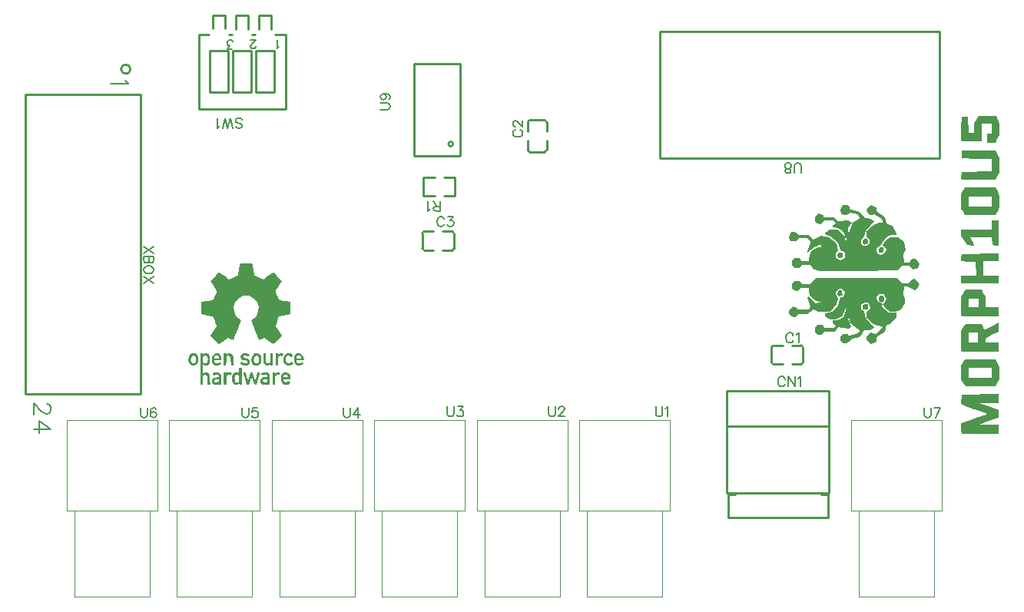
<source format=gto>
G04 Layer: TopSilkLayer*
G04 EasyEDA v6.4.0, 2020-07-15T14:14:54--5:00*
G04 b3c21e9d98434acf968649de900d4150,a7c2b416e861464fa72e98bd65157655,10*
G04 Gerber Generator version 0.2*
G04 Scale: 100 percent, Rotated: No, Reflected: No *
G04 Dimensions in inches *
G04 leading zeros omitted , absolute positions ,2 integer and 4 decimal *
%FSLAX24Y24*%
%MOIN*%
G90*
G70D02*

%ADD10C,0.010000*%
%ADD22C,0.009000*%
%ADD23C,0.003937*%
%ADD24C,0.006000*%
%ADD25C,0.008000*%

%LPD*%

%LPD*%
G36*
G01X43161Y17605D02*
G01X42408Y17605D01*
G01X42314Y17451D01*
G01X42219Y17296D01*
G01X42218Y16890D01*
G01X41984Y16890D01*
G01X41956Y17582D01*
G01X41670Y17582D01*
G01X41657Y17078D01*
G01X41643Y16576D01*
G01X41710Y16509D01*
G01X42552Y16509D01*
G01X42552Y17272D01*
G01X42981Y17272D01*
G01X42981Y16843D01*
G01X42791Y16843D01*
G01X42791Y16461D01*
G01X43126Y16461D01*
G01X43220Y16616D01*
G01X43315Y16771D01*
G01X43315Y17281D01*
G01X43161Y17605D01*
G37*

%LPD*%
G36*
G01X43315Y15790D02*
G01X43153Y16130D01*
G01X42412Y16117D01*
G01X41670Y16103D01*
G01X41670Y15770D01*
G01X42326Y15757D01*
G01X42981Y15743D01*
G01X42981Y15224D01*
G01X41670Y15198D01*
G01X41642Y14908D01*
G01X41710Y14840D01*
G01X43126Y14840D01*
G01X43220Y14995D01*
G01X43315Y15150D01*
G01X43315Y15790D01*
G37*

%LPD*%
G36*
G01X43155Y14506D02*
G01X41813Y14506D01*
G01X41647Y14213D01*
G01X41651Y13894D01*
G01X41655Y13576D01*
G01X41734Y13446D01*
G01X41813Y13315D01*
G01X42484Y13314D01*
G01X43155Y13314D01*
G01X43235Y13483D01*
G01X43315Y13651D01*
G01X43315Y14169D01*
G01X43235Y14338D01*
G01X43155Y14506D01*
G37*

%LPC*%
G36*
G01X42981Y14125D02*
G01X41980Y14125D01*
G01X41980Y13696D01*
G01X42981Y13696D01*
G01X42981Y14125D01*
G37*

%LPD*%
G36*
G01X37594Y12255D02*
G01X37462Y12305D01*
G01X37409Y12252D01*
G01X37388Y12230D01*
G01X37372Y12211D01*
G01X37363Y12192D01*
G01X37359Y12175D01*
G01X37361Y12156D01*
G01X37368Y12134D01*
G01X37381Y12109D01*
G01X37399Y12080D01*
G01X37441Y12013D01*
G01X37517Y12042D01*
G01X37594Y12072D01*
G01X37594Y12255D01*
G37*

%LPD*%
G36*
G01X43268Y13076D02*
G01X42981Y13076D01*
G01X42981Y12694D01*
G01X41647Y12694D01*
G01X41650Y12563D01*
G01X41654Y12432D01*
G01X41914Y12003D01*
G01X42218Y11973D01*
G01X42218Y12012D01*
G01X42217Y12023D01*
G01X42211Y12039D01*
G01X42202Y12060D01*
G01X42190Y12085D01*
G01X42177Y12113D01*
G01X42160Y12142D01*
G01X42143Y12174D01*
G01X42124Y12206D01*
G01X42029Y12361D01*
G01X42976Y12361D01*
G01X43005Y12003D01*
G01X43136Y11988D01*
G01X43268Y11973D01*
G01X43268Y13076D01*
G37*

%LPD*%
G36*
G01X38285Y11908D02*
G01X38094Y11908D01*
G01X38079Y11797D01*
G01X38063Y11686D01*
G01X38174Y11701D01*
G01X38285Y11717D01*
G01X38285Y11908D01*
G37*

%LPD*%
G36*
G01X36489Y11693D02*
G01X36317Y11693D01*
G01X36294Y11634D01*
G01X36288Y11606D01*
G01X36285Y11574D01*
G01X36287Y11542D01*
G01X36293Y11514D01*
G01X36314Y11455D01*
G01X36487Y11455D01*
G01X36509Y11514D01*
G01X36515Y11542D01*
G01X36518Y11574D01*
G01X36516Y11606D01*
G01X36510Y11634D01*
G01X36489Y11693D01*
G37*

%LPD*%
G36*
G01X36730Y13744D02*
G01X36500Y13744D01*
G01X36396Y13549D01*
G01X36454Y13367D01*
G01X36636Y13309D01*
G01X36727Y13357D01*
G01X36817Y13406D01*
G01X36993Y13377D01*
G01X37168Y13349D01*
G01X37215Y13262D01*
G01X37261Y13175D01*
G01X36984Y13031D01*
G01X36888Y12827D01*
G01X36875Y12799D01*
G01X36862Y12770D01*
G01X36849Y12742D01*
G01X36837Y12714D01*
G01X36825Y12688D01*
G01X36814Y12662D01*
G01X36803Y12638D01*
G01X36793Y12615D01*
G01X36785Y12595D01*
G01X36778Y12578D01*
G01X36772Y12563D01*
G01X36768Y12551D01*
G01X36743Y12480D01*
G01X36735Y12746D01*
G01X36815Y12867D01*
G01X36895Y12989D01*
G01X36827Y13032D01*
G01X36759Y13076D01*
G01X36316Y13059D01*
G01X36156Y13219D01*
G01X35686Y13219D01*
G01X35686Y13313D01*
G01X35567Y13342D01*
G01X35447Y13373D01*
G01X35305Y13255D01*
G01X35305Y13047D01*
G01X35362Y12990D01*
G01X35375Y12978D01*
G01X35391Y12968D01*
G01X35408Y12958D01*
G01X35426Y12950D01*
G01X35445Y12943D01*
G01X35464Y12937D01*
G01X35482Y12934D01*
G01X35499Y12933D01*
G01X35579Y12933D01*
G01X35639Y13004D01*
G01X35698Y13076D01*
G01X36104Y13076D01*
G01X36159Y13010D01*
G01X36213Y12944D01*
G01X36140Y12916D01*
G01X36112Y12901D01*
G01X36089Y12882D01*
G01X36073Y12860D01*
G01X36068Y12839D01*
G01X36068Y12790D01*
G01X36151Y12790D01*
G01X36164Y12789D01*
G01X36179Y12786D01*
G01X36196Y12782D01*
G01X36215Y12776D01*
G01X36235Y12769D01*
G01X36256Y12761D01*
G01X36279Y12752D01*
G01X36302Y12742D01*
G01X36325Y12730D01*
G01X36348Y12719D01*
G01X36371Y12706D01*
G01X36393Y12693D01*
G01X36550Y12597D01*
G01X36619Y12433D01*
G01X36638Y12388D01*
G01X36653Y12349D01*
G01X36665Y12317D01*
G01X36675Y12290D01*
G01X36681Y12269D01*
G01X36684Y12252D01*
G01X36684Y12239D01*
G01X36681Y12230D01*
G01X36675Y12224D01*
G01X36666Y12220D01*
G01X36654Y12218D01*
G01X36592Y12218D01*
G01X36592Y12401D01*
G01X36299Y12694D01*
G01X35946Y12694D01*
G01X35840Y12620D01*
G01X35815Y12602D01*
G01X35794Y12586D01*
G01X35777Y12570D01*
G01X35763Y12555D01*
G01X35752Y12542D01*
G01X35744Y12528D01*
G01X35741Y12516D01*
G01X35740Y12505D01*
G01X35744Y12494D01*
G01X35751Y12484D01*
G01X35761Y12475D01*
G01X35775Y12466D01*
G01X35792Y12457D01*
G01X35813Y12449D01*
G01X35837Y12442D01*
G01X35865Y12434D01*
G01X35996Y12402D01*
G01X36150Y12253D01*
G01X36305Y12105D01*
G01X36409Y11788D01*
G01X36501Y11739D01*
G01X36592Y11690D01*
G01X36592Y11458D01*
G01X36402Y11356D01*
G01X36211Y11458D01*
G01X36211Y11674D01*
G01X36316Y11779D01*
G01X36252Y12071D01*
G01X36089Y12213D01*
G01X35927Y12356D01*
G01X35754Y12388D01*
G01X35581Y12421D01*
G01X35251Y12264D01*
G01X35006Y12456D01*
G01X34810Y12457D01*
G01X34614Y12459D01*
G01X34521Y12529D01*
G01X34499Y12545D01*
G01X34477Y12559D01*
G01X34455Y12570D01*
G01X34434Y12579D01*
G01X34414Y12586D01*
G01X34394Y12591D01*
G01X34374Y12593D01*
G01X34356Y12594D01*
G01X34338Y12592D01*
G01X34320Y12588D01*
G01X34303Y12582D01*
G01X34288Y12573D01*
G01X34272Y12563D01*
G01X34258Y12551D01*
G01X34245Y12536D01*
G01X34232Y12519D01*
G01X34221Y12501D01*
G01X34210Y12480D01*
G01X34201Y12457D01*
G01X34193Y12432D01*
G01X34164Y12337D01*
G01X34213Y12253D01*
G01X34261Y12170D01*
G01X34483Y12170D01*
G01X34602Y12313D01*
G01X34964Y12313D01*
G01X35055Y12222D01*
G01X35069Y12209D01*
G01X35081Y12197D01*
G01X35090Y12186D01*
G01X35098Y12176D01*
G01X35103Y12166D01*
G01X35106Y12156D01*
G01X35107Y12144D01*
G01X35107Y12132D01*
G01X35104Y12117D01*
G01X35099Y12101D01*
G01X35092Y12081D01*
G01X35082Y12058D01*
G01X35071Y12030D01*
G01X35058Y11999D01*
G01X35028Y11927D01*
G01X35015Y11892D01*
G01X35003Y11857D01*
G01X34992Y11825D01*
G01X34984Y11796D01*
G01X34977Y11770D01*
G01X34973Y11749D01*
G01X34971Y11734D01*
G01X34971Y11676D01*
G01X35079Y11775D01*
G01X35097Y11791D01*
G01X35118Y11808D01*
G01X35140Y11825D01*
G01X35164Y11842D01*
G01X35189Y11859D01*
G01X35215Y11876D01*
G01X35269Y11910D01*
G01X35297Y11926D01*
G01X35324Y11941D01*
G01X35378Y11969D01*
G01X35404Y11982D01*
G01X35428Y11993D01*
G01X35452Y12003D01*
G01X35474Y12011D01*
G01X35494Y12018D01*
G01X35512Y12023D01*
G01X35528Y12026D01*
G01X35541Y12027D01*
G01X35560Y12023D01*
G01X35576Y12013D01*
G01X35587Y11998D01*
G01X35591Y11979D01*
G01X35591Y11932D01*
G01X35517Y11932D01*
G01X35500Y11930D01*
G01X35477Y11926D01*
G01X35452Y11919D01*
G01X35424Y11911D01*
G01X35394Y11900D01*
G01X35364Y11888D01*
G01X35334Y11874D01*
G01X35304Y11859D01*
G01X35165Y11788D01*
G01X35112Y11690D01*
G01X35102Y11667D01*
G01X35092Y11641D01*
G01X35082Y11611D01*
G01X35074Y11580D01*
G01X35067Y11547D01*
G01X35062Y11514D01*
G01X35058Y11482D01*
G01X35056Y11452D01*
G01X35052Y11312D01*
G01X34744Y11312D01*
G01X34685Y11383D01*
G01X34626Y11455D01*
G01X34418Y11455D01*
G01X34304Y11340D01*
G01X34304Y11140D01*
G01X34418Y11026D01*
G01X34626Y11026D01*
G01X34685Y11097D01*
G01X34744Y11169D01*
G01X35111Y11169D01*
G01X35159Y11080D01*
G01X35206Y10991D01*
G01X35476Y10879D01*
G01X37175Y10893D01*
G01X38873Y10907D01*
G01X38988Y11014D01*
G01X39102Y11121D01*
G01X39374Y11121D01*
G01X39459Y11044D01*
G01X39545Y10967D01*
G01X39660Y10996D01*
G01X39776Y11025D01*
G01X39837Y11182D01*
G01X39763Y11294D01*
G01X39689Y11407D01*
G01X39513Y11407D01*
G01X39453Y11336D01*
G01X39394Y11264D01*
G01X39173Y11264D01*
G01X39143Y11622D01*
G01X39227Y11829D01*
G01X39195Y11997D01*
G01X39164Y12166D01*
G01X39040Y12263D01*
G01X38916Y12361D01*
G01X38568Y12361D01*
G01X38463Y12287D01*
G01X38440Y12270D01*
G01X38418Y12250D01*
G01X38395Y12229D01*
G01X38373Y12206D01*
G01X38352Y12183D01*
G01X38334Y12159D01*
G01X38318Y12137D01*
G01X38305Y12116D01*
G01X38254Y12019D01*
G01X38424Y11831D01*
G01X38375Y11753D01*
G01X38364Y11736D01*
G01X38350Y11719D01*
G01X38334Y11701D01*
G01X38317Y11684D01*
G01X38299Y11667D01*
G01X38281Y11651D01*
G01X38263Y11637D01*
G01X38246Y11625D01*
G01X38166Y11575D01*
G01X38082Y11627D01*
G01X37999Y11679D01*
G01X37984Y11776D01*
G01X37970Y11873D01*
G01X38092Y11969D01*
G01X38116Y11989D01*
G01X38139Y12009D01*
G01X38160Y12030D01*
G01X38178Y12049D01*
G01X38193Y12067D01*
G01X38204Y12084D01*
G01X38211Y12098D01*
G01X38214Y12108D01*
G01X38216Y12120D01*
G01X38224Y12136D01*
G01X38237Y12155D01*
G01X38253Y12178D01*
G01X38273Y12202D01*
G01X38296Y12228D01*
G01X38322Y12255D01*
G01X38349Y12282D01*
G01X38485Y12412D01*
G01X38659Y12440D01*
G01X38833Y12469D01*
G01X38833Y12515D01*
G01X38832Y12527D01*
G01X38827Y12543D01*
G01X38819Y12564D01*
G01X38809Y12588D01*
G01X38797Y12614D01*
G01X38783Y12642D01*
G01X38768Y12671D01*
G01X38751Y12700D01*
G01X38669Y12839D01*
G01X38533Y12898D01*
G01X38398Y12957D01*
G01X38371Y13092D01*
G01X38343Y13226D01*
G01X37975Y13470D01*
G01X37975Y13645D01*
G01X37883Y13694D01*
G01X37853Y13709D01*
G01X37826Y13721D01*
G01X37801Y13731D01*
G01X37779Y13737D01*
G01X37758Y13740D01*
G01X37738Y13739D01*
G01X37719Y13736D01*
G01X37700Y13729D01*
G01X37681Y13719D01*
G01X37662Y13705D01*
G01X37642Y13689D01*
G01X37621Y13669D01*
G01X37604Y13651D01*
G01X37589Y13633D01*
G01X37577Y13615D01*
G01X37567Y13598D01*
G01X37559Y13580D01*
G01X37554Y13563D01*
G01X37551Y13545D01*
G01X37550Y13528D01*
G01X37551Y13511D01*
G01X37555Y13493D01*
G01X37561Y13476D01*
G01X37569Y13458D01*
G01X37579Y13440D01*
G01X37592Y13422D01*
G01X37607Y13404D01*
G01X37625Y13386D01*
G01X37703Y13307D01*
G01X37797Y13331D01*
G01X37890Y13356D01*
G01X38050Y13252D01*
G01X38209Y13148D01*
G01X38230Y13064D01*
G01X38252Y12980D01*
G01X38115Y12980D01*
G01X38094Y12978D01*
G01X38073Y12975D01*
G01X38052Y12971D01*
G01X38030Y12966D01*
G01X38008Y12960D01*
G01X37986Y12953D01*
G01X37964Y12945D01*
G01X37942Y12936D01*
G01X37920Y12926D01*
G01X37897Y12915D01*
G01X37876Y12904D01*
G01X37854Y12892D01*
G01X37832Y12878D01*
G01X37811Y12865D01*
G01X37790Y12850D01*
G01X37770Y12835D01*
G01X37750Y12819D01*
G01X37731Y12803D01*
G01X37713Y12786D01*
G01X37694Y12768D01*
G01X37677Y12750D01*
G01X37661Y12732D01*
G01X37646Y12713D01*
G01X37546Y12586D01*
G01X37546Y12372D01*
G01X37618Y12313D01*
G01X37689Y12254D01*
G01X37689Y12086D01*
G01X37551Y11972D01*
G01X37441Y11988D01*
G01X37331Y12003D01*
G01X37316Y12114D01*
G01X37300Y12226D01*
G01X37369Y12305D01*
G01X37383Y12324D01*
G01X37398Y12347D01*
G01X37413Y12373D01*
G01X37427Y12402D01*
G01X37441Y12433D01*
G01X37453Y12464D01*
G01X37463Y12495D01*
G01X37471Y12524D01*
G01X37505Y12664D01*
G01X37693Y12853D01*
G01X37881Y13041D01*
G01X37713Y13168D01*
G01X37603Y13170D01*
G01X37493Y13171D01*
G01X37364Y13308D01*
G01X37236Y13446D01*
G01X37045Y13507D01*
G01X36855Y13567D01*
G01X36792Y13655D01*
G01X36730Y13744D01*
G37*

%LPD*%
G36*
G01X43268Y11312D02*
G01X43268Y11648D01*
G01X41670Y11622D01*
G01X41656Y11469D01*
G01X41641Y11316D01*
G01X41965Y11302D01*
G01X42290Y11288D01*
G01X42318Y10692D01*
G01X41647Y10692D01*
G01X41647Y10358D01*
G01X43268Y10358D01*
G01X43268Y10692D01*
G01X42600Y10692D01*
G01X42600Y11312D01*
G01X43268Y11312D01*
G37*

%LPD*%
G36*
G01X36473Y10041D02*
G01X36360Y10078D01*
G01X36313Y9989D01*
G01X36265Y9900D01*
G01X36305Y9836D01*
G01X36344Y9772D01*
G01X36424Y9803D01*
G01X36504Y9833D01*
G01X36488Y9937D01*
G01X36473Y10041D01*
G37*

%LPD*%
G36*
G01X38284Y9810D02*
G01X38094Y9810D01*
G01X38079Y9702D01*
G01X38064Y9595D01*
G01X38220Y9535D01*
G01X38318Y9633D01*
G01X38301Y9721D01*
G01X38284Y9810D01*
G37*

%LPD*%
G36*
G01X37594Y9214D02*
G01X37594Y9459D01*
G01X37487Y9444D01*
G01X37380Y9428D01*
G01X37366Y9355D01*
G01X37363Y9323D01*
G01X37366Y9292D01*
G01X37373Y9266D01*
G01X37385Y9247D01*
G01X37405Y9234D01*
G01X37435Y9224D01*
G01X37470Y9217D01*
G01X37506Y9214D01*
G01X37594Y9214D01*
G37*

%LPD*%
G36*
G01X42550Y10072D02*
G01X41836Y10072D01*
G01X41741Y9917D01*
G01X41647Y9762D01*
G01X41647Y8991D01*
G01X41678Y8959D01*
G01X41710Y8928D01*
G01X43268Y8928D01*
G01X43268Y9309D01*
G01X42695Y9309D01*
G01X42695Y9791D01*
G01X42623Y9931D01*
G01X42550Y10072D01*
G37*

%LPC*%
G36*
G01X42409Y9690D02*
G01X41980Y9690D01*
G01X41980Y9309D01*
G01X42409Y9309D01*
G01X42409Y9690D01*
G37*

%LPD*%
G36*
G01X38867Y10596D02*
G01X35345Y10596D01*
G01X35059Y10311D01*
G01X34744Y10311D01*
G01X34626Y10453D01*
G01X34411Y10453D01*
G01X34352Y10382D01*
G01X34293Y10312D01*
G01X34322Y10195D01*
G01X34352Y10078D01*
G01X34450Y10047D01*
G01X34549Y10016D01*
G01X34717Y10167D01*
G01X35043Y10167D01*
G01X35053Y10016D01*
G01X35064Y9865D01*
G01X35188Y9736D01*
G01X35311Y9607D01*
G01X35615Y9510D01*
G01X35485Y9505D01*
G01X35356Y9500D01*
G01X35186Y9649D01*
G01X35016Y9799D01*
G01X34959Y9742D01*
G01X35038Y9544D01*
G01X35118Y9347D01*
G01X35062Y9280D01*
G01X35007Y9214D01*
G01X34542Y9214D01*
G01X34542Y9258D01*
G01X34534Y9278D01*
G01X34511Y9300D01*
G01X34478Y9319D01*
G01X34438Y9336D01*
G01X34334Y9369D01*
G01X34247Y9262D01*
G01X34228Y9238D01*
G01X34211Y9216D01*
G01X34197Y9196D01*
G01X34186Y9177D01*
G01X34177Y9159D01*
G01X34171Y9143D01*
G01X34167Y9127D01*
G01X34167Y9112D01*
G01X34168Y9097D01*
G01X34173Y9082D01*
G01X34180Y9067D01*
G01X34190Y9051D01*
G01X34202Y9034D01*
G01X34218Y9016D01*
G01X34235Y8996D01*
G01X34256Y8975D01*
G01X34283Y8949D01*
G01X34308Y8928D01*
G01X34331Y8910D01*
G01X34352Y8898D01*
G01X34372Y8889D01*
G01X34391Y8885D01*
G01X34410Y8886D01*
G01X34429Y8890D01*
G01X34448Y8899D01*
G01X34468Y8913D01*
G01X34489Y8930D01*
G01X34511Y8951D01*
G01X34583Y9023D01*
G01X34975Y9023D01*
G01X35110Y9123D01*
G01X35246Y9223D01*
G01X35442Y9119D01*
G01X35934Y9119D01*
G01X36094Y9278D01*
G01X36253Y9437D01*
G01X36318Y9698D01*
G01X36255Y9817D01*
G01X36192Y9935D01*
G01X36242Y10015D01*
G01X36292Y10096D01*
G01X36387Y10110D01*
G01X36481Y10124D01*
G01X36603Y9978D01*
G01X36543Y9738D01*
G01X36421Y9738D01*
G01X36295Y9381D01*
G01X36173Y9250D01*
G01X36051Y9120D01*
G01X35893Y9090D01*
G01X35734Y9060D01*
G01X35734Y8939D01*
G01X35852Y8862D01*
G01X35969Y8785D01*
G01X36216Y8785D01*
G01X36356Y8857D01*
G01X36385Y8872D01*
G01X36411Y8886D01*
G01X36435Y8900D01*
G01X36456Y8912D01*
G01X36473Y8923D01*
G01X36486Y8931D01*
G01X36495Y8937D01*
G01X36498Y8941D01*
G01X36499Y8947D01*
G01X36503Y8959D01*
G01X36509Y8978D01*
G01X36517Y9003D01*
G01X36527Y9031D01*
G01X36538Y9064D01*
G01X36550Y9099D01*
G01X36563Y9136D01*
G01X36627Y9321D01*
G01X36652Y9279D01*
G01X36678Y9238D01*
G01X36610Y9068D01*
G01X36542Y8899D01*
G01X36405Y8818D01*
G01X36365Y8796D01*
G01X36344Y8786D01*
G01X36322Y8777D01*
G01X36300Y8769D01*
G01X36279Y8761D01*
G01X36257Y8754D01*
G01X36237Y8748D01*
G01X36217Y8743D01*
G01X36199Y8740D01*
G01X36182Y8738D01*
G01X36168Y8737D01*
G01X36068Y8737D01*
G01X36068Y8695D01*
G01X36073Y8674D01*
G01X36089Y8648D01*
G01X36112Y8620D01*
G01X36140Y8594D01*
G01X36212Y8534D01*
G01X36158Y8469D01*
G01X36104Y8403D01*
G01X35746Y8403D01*
G01X35686Y8475D01*
G01X35627Y8546D01*
G01X35419Y8546D01*
G01X35305Y8432D01*
G01X35305Y8232D01*
G01X35362Y8174D01*
G01X35375Y8163D01*
G01X35391Y8152D01*
G01X35408Y8142D01*
G01X35426Y8134D01*
G01X35445Y8127D01*
G01X35464Y8122D01*
G01X35482Y8118D01*
G01X35499Y8117D01*
G01X35579Y8117D01*
G01X35639Y8189D01*
G01X35698Y8260D01*
G01X36148Y8260D01*
G01X36228Y8348D01*
G01X36308Y8437D01*
G01X36759Y8399D01*
G01X36887Y8486D01*
G01X36735Y8780D01*
G01X36739Y8890D01*
G01X36743Y8999D01*
G01X36886Y8595D01*
G01X37262Y8273D01*
G01X37190Y8214D01*
G01X37180Y8206D01*
G01X37166Y8197D01*
G01X37150Y8188D01*
G01X37132Y8180D01*
G01X37112Y8171D01*
G01X37091Y8161D01*
G01X37069Y8153D01*
G01X37046Y8145D01*
G01X37022Y8137D01*
G01X36998Y8130D01*
G01X36975Y8123D01*
G01X36951Y8117D01*
G01X36782Y8080D01*
G01X36756Y8122D01*
G01X36730Y8165D01*
G01X36516Y8165D01*
G01X36459Y8108D01*
G01X36447Y8094D01*
G01X36437Y8079D01*
G01X36427Y8061D01*
G01X36418Y8043D01*
G01X36411Y8024D01*
G01X36406Y8005D01*
G01X36403Y7986D01*
G01X36402Y7968D01*
G01X36402Y7886D01*
G01X36496Y7792D01*
G01X36514Y7777D01*
G01X36533Y7764D01*
G01X36552Y7754D01*
G01X36570Y7747D01*
G01X36589Y7742D01*
G01X36607Y7740D01*
G01X36626Y7742D01*
G01X36646Y7745D01*
G01X36666Y7752D01*
G01X36687Y7761D01*
G01X36709Y7773D01*
G01X36731Y7788D01*
G01X36755Y7806D01*
G01X36780Y7826D01*
G01X36806Y7850D01*
G01X36929Y7964D01*
G01X37243Y8023D01*
G01X37348Y8165D01*
G01X37454Y8308D01*
G01X37551Y8308D01*
G01X37567Y8309D01*
G01X37585Y8311D01*
G01X37605Y8315D01*
G01X37627Y8319D01*
G01X37649Y8325D01*
G01X37672Y8332D01*
G01X37695Y8340D01*
G01X37719Y8349D01*
G01X37742Y8358D01*
G01X37765Y8368D01*
G01X37787Y8378D01*
G01X37808Y8389D01*
G01X37827Y8400D01*
G01X37845Y8411D01*
G01X37861Y8422D01*
G01X37875Y8432D01*
G01X37875Y8436D01*
G01X37873Y8444D01*
G01X37867Y8454D01*
G01X37857Y8467D01*
G01X37845Y8482D01*
G01X37831Y8500D01*
G01X37814Y8519D01*
G01X37794Y8540D01*
G01X37773Y8563D01*
G01X37750Y8587D01*
G01X37725Y8612D01*
G01X37698Y8638D01*
G01X37504Y8827D01*
G01X37441Y9159D01*
G01X37307Y9211D01*
G01X37307Y9449D01*
G01X37400Y9498D01*
G01X37491Y9547D01*
G01X37564Y9519D01*
G01X37638Y9491D01*
G01X37668Y9397D01*
G01X37697Y9302D01*
G01X37546Y9135D01*
G01X37546Y8900D01*
G01X37809Y8585D01*
G01X38047Y8525D01*
G01X38285Y8464D01*
G01X38122Y8311D01*
G01X37958Y8159D01*
G01X37856Y8184D01*
G01X37754Y8210D01*
G01X37546Y8064D01*
G01X37546Y7894D01*
G01X37642Y7807D01*
G01X37737Y7721D01*
G01X37975Y7829D01*
G01X37975Y8021D01*
G01X38160Y8143D01*
G01X38346Y8266D01*
G01X38373Y8402D01*
G01X38400Y8539D01*
G01X38496Y8569D01*
G01X38510Y8574D01*
G01X38525Y8582D01*
G01X38542Y8592D01*
G01X38560Y8604D01*
G01X38579Y8617D01*
G01X38598Y8632D01*
G01X38618Y8649D01*
G01X38638Y8667D01*
G01X38657Y8685D01*
G01X38677Y8704D01*
G01X38695Y8723D01*
G01X38712Y8743D01*
G01X38833Y8887D01*
G01X38833Y9071D01*
G01X38492Y9071D01*
G01X38353Y9210D01*
G01X38214Y9350D01*
G01X38214Y9477D01*
G01X38000Y9571D01*
G01X37967Y9743D01*
G01X38025Y9812D01*
G01X38082Y9881D01*
G01X38306Y9881D01*
G01X38358Y9783D01*
G01X38411Y9684D01*
G01X38335Y9568D01*
G01X38258Y9451D01*
G01X38308Y9359D01*
G01X38320Y9339D01*
G01X38335Y9317D01*
G01X38354Y9294D01*
G01X38374Y9272D01*
G01X38418Y9228D01*
G01X38440Y9209D01*
G01X38463Y9192D01*
G01X38568Y9119D01*
G01X38717Y9119D01*
G01X38737Y9120D01*
G01X38758Y9123D01*
G01X38802Y9129D01*
G01X38846Y9139D01*
G01X38867Y9144D01*
G01X38888Y9150D01*
G01X38907Y9157D01*
G01X38926Y9163D01*
G01X38942Y9170D01*
G01X39056Y9222D01*
G01X39215Y9491D01*
G01X39215Y9594D01*
G01X39214Y9616D01*
G01X39211Y9640D01*
G01X39208Y9665D01*
G01X39203Y9690D01*
G01X39197Y9715D01*
G01X39190Y9738D01*
G01X39182Y9759D01*
G01X39174Y9777D01*
G01X39133Y9857D01*
G01X39177Y10215D01*
G01X39264Y10215D01*
G01X39277Y10214D01*
G01X39292Y10212D01*
G01X39309Y10209D01*
G01X39328Y10204D01*
G01X39348Y10198D01*
G01X39368Y10190D01*
G01X39412Y10174D01*
G01X39435Y10164D01*
G01X39457Y10154D01*
G01X39479Y10143D01*
G01X39500Y10132D01*
G01X39649Y10048D01*
G01X39742Y10161D01*
G01X39762Y10186D01*
G01X39780Y10209D01*
G01X39795Y10230D01*
G01X39807Y10249D01*
G01X39817Y10267D01*
G01X39823Y10284D01*
G01X39827Y10300D01*
G01X39829Y10315D01*
G01X39827Y10331D01*
G01X39823Y10346D01*
G01X39816Y10361D01*
G01X39806Y10378D01*
G01X39793Y10394D01*
G01X39778Y10413D01*
G01X39760Y10432D01*
G01X39739Y10453D01*
G01X39718Y10475D01*
G01X39697Y10493D01*
G01X39679Y10508D01*
G01X39661Y10521D01*
G01X39644Y10530D01*
G01X39628Y10538D01*
G01X39612Y10542D01*
G01X39596Y10543D01*
G01X39581Y10542D01*
G01X39565Y10538D01*
G01X39548Y10530D01*
G01X39531Y10521D01*
G01X39514Y10508D01*
G01X39495Y10493D01*
G01X39475Y10475D01*
G01X39358Y10358D01*
G01X39124Y10358D01*
G01X38867Y10596D01*
G37*

%LPD*%
G36*
G01X43268Y8264D02*
G01X43268Y8650D01*
G01X42962Y8482D01*
G01X42656Y8315D01*
G01X42599Y8454D01*
G01X42541Y8594D01*
G01X41836Y8594D01*
G01X41741Y8439D01*
G01X41647Y8284D01*
G01X41647Y7465D01*
G01X41710Y7402D01*
G01X43268Y7402D01*
G01X43268Y7783D01*
G01X42695Y7783D01*
G01X42696Y7867D01*
G01X42697Y7950D01*
G01X42982Y8107D01*
G01X43268Y8264D01*
G37*

%LPC*%
G36*
G01X42362Y8213D02*
G01X41980Y8213D01*
G01X41980Y7783D01*
G01X42362Y7783D01*
G01X42362Y8213D01*
G37*

%LPD*%
G36*
G01X43155Y7068D02*
G01X42484Y7068D01*
G01X41813Y7067D01*
G01X41647Y6774D01*
G01X41647Y6186D01*
G01X41741Y6031D01*
G01X41836Y5876D01*
G01X43126Y5876D01*
G01X43220Y6031D01*
G01X43315Y6186D01*
G01X43315Y6731D01*
G01X43155Y7068D01*
G37*

%LPC*%
G36*
G01X42981Y6687D02*
G01X41980Y6687D01*
G01X41980Y6258D01*
G01X42981Y6258D01*
G01X42981Y6687D01*
G37*

%LPD*%
G36*
G01X43268Y5161D02*
G01X43268Y5545D01*
G01X41670Y5519D01*
G01X41641Y5119D01*
G01X41785Y5047D01*
G01X41797Y5042D01*
G01X41810Y5036D01*
G01X41825Y5029D01*
G01X41842Y5023D01*
G01X41860Y5015D01*
G01X41879Y5007D01*
G01X41900Y5000D01*
G01X41921Y4991D01*
G01X41944Y4983D01*
G01X41967Y4974D01*
G01X41992Y4965D01*
G01X42017Y4955D01*
G01X42043Y4946D01*
G01X42097Y4926D01*
G01X42125Y4917D01*
G01X42153Y4907D01*
G01X42182Y4897D01*
G01X42239Y4878D01*
G01X42297Y4858D01*
G01X42326Y4849D01*
G01X42743Y4712D01*
G01X42743Y4674D01*
G01X42739Y4660D01*
G01X42729Y4648D01*
G01X42714Y4640D01*
G01X42695Y4636D01*
G01X42690Y4636D01*
G01X42684Y4635D01*
G01X42675Y4633D01*
G01X42664Y4630D01*
G01X42651Y4627D01*
G01X42636Y4623D01*
G01X42620Y4618D01*
G01X42602Y4613D01*
G01X42582Y4607D01*
G01X42560Y4601D01*
G01X42538Y4593D01*
G01X42514Y4586D01*
G01X42488Y4578D01*
G01X42434Y4560D01*
G01X42405Y4551D01*
G01X42375Y4541D01*
G01X42313Y4521D01*
G01X42281Y4510D01*
G01X42248Y4498D01*
G01X42214Y4487D01*
G01X42181Y4476D01*
G01X42146Y4464D01*
G01X41647Y4291D01*
G01X41647Y4049D01*
G01X41649Y4010D01*
G01X41652Y3973D01*
G01X41656Y3939D01*
G01X41660Y3910D01*
G01X41666Y3886D01*
G01X41672Y3868D01*
G01X41678Y3858D01*
G01X41710Y3826D01*
G01X43268Y3826D01*
G01X43268Y4204D01*
G01X42433Y4231D01*
G01X42850Y4372D01*
G01X43268Y4513D01*
G01X43268Y4867D01*
G01X42850Y5010D01*
G01X42433Y5153D01*
G01X42850Y5157D01*
G01X43268Y5161D01*
G37*

%LPD*%
G36*
G01X10885Y11223D02*
G01X10361Y11223D01*
G01X10352Y11201D01*
G01X10351Y11196D01*
G01X10349Y11187D01*
G01X10346Y11175D01*
G01X10343Y11159D01*
G01X10339Y11140D01*
G01X10335Y11119D01*
G01X10331Y11095D01*
G01X10326Y11069D01*
G01X10321Y11041D01*
G01X10315Y11012D01*
G01X10310Y10982D01*
G01X10305Y10950D01*
G01X10264Y10721D01*
G01X10238Y10694D01*
G01X10229Y10688D01*
G01X10214Y10679D01*
G01X10195Y10668D01*
G01X10171Y10656D01*
G01X10143Y10643D01*
G01X10113Y10630D01*
G01X10080Y10615D01*
G01X10047Y10602D01*
G01X9882Y10536D01*
G01X9668Y10683D01*
G01X9639Y10703D01*
G01X9610Y10722D01*
G01X9583Y10740D01*
G01X9558Y10757D01*
G01X9534Y10773D01*
G01X9512Y10787D01*
G01X9493Y10799D01*
G01X9476Y10810D01*
G01X9462Y10818D01*
G01X9451Y10825D01*
G01X9444Y10829D01*
G01X9440Y10830D01*
G01X9436Y10828D01*
G01X9430Y10823D01*
G01X9420Y10815D01*
G01X9408Y10805D01*
G01X9393Y10792D01*
G01X9377Y10776D01*
G01X9358Y10758D01*
G01X9337Y10739D01*
G01X9315Y10717D01*
G01X9292Y10695D01*
G01X9059Y10462D01*
G01X9205Y10250D01*
G01X9243Y10192D01*
G01X9261Y10165D01*
G01X9278Y10140D01*
G01X9293Y10116D01*
G01X9307Y10094D01*
G01X9320Y10075D01*
G01X9330Y10057D01*
G01X9339Y10043D01*
G01X9345Y10032D01*
G01X9349Y10024D01*
G01X9350Y10020D01*
G01X9349Y10013D01*
G01X9344Y9999D01*
G01X9337Y9979D01*
G01X9327Y9954D01*
G01X9316Y9925D01*
G01X9302Y9892D01*
G01X9288Y9857D01*
G01X9272Y9821D01*
G01X9194Y9639D01*
G01X8995Y9602D01*
G01X8940Y9592D01*
G01X8913Y9588D01*
G01X8861Y9578D01*
G01X8815Y9570D01*
G01X8795Y9566D01*
G01X8777Y9563D01*
G01X8762Y9560D01*
G01X8750Y9558D01*
G01X8740Y9556D01*
G01X8685Y9546D01*
G01X8685Y9008D01*
G01X8935Y8959D01*
G01X9186Y8910D01*
G01X9259Y8731D01*
G01X9273Y8694D01*
G01X9287Y8659D01*
G01X9300Y8626D01*
G01X9310Y8595D01*
G01X9319Y8569D01*
G01X9326Y8547D01*
G01X9331Y8530D01*
G01X9332Y8520D01*
G01X9333Y8489D01*
G01X9197Y8290D01*
G01X9060Y8092D01*
G01X9243Y7908D01*
G01X9292Y7859D01*
G01X9338Y7815D01*
G01X9358Y7796D01*
G01X9377Y7778D01*
G01X9394Y7763D01*
G01X9409Y7750D01*
G01X9421Y7739D01*
G01X9431Y7731D01*
G01X9438Y7726D01*
G01X9441Y7724D01*
G01X9448Y7727D01*
G01X9462Y7734D01*
G01X9481Y7746D01*
G01X9506Y7762D01*
G01X9535Y7781D01*
G01X9568Y7803D01*
G01X9604Y7826D01*
G01X9641Y7852D01*
G01X9827Y7980D01*
G01X9855Y7980D01*
G01X9872Y7976D01*
G01X9899Y7967D01*
G01X9931Y7952D01*
G01X9965Y7934D01*
G01X9998Y7916D01*
G01X10026Y7903D01*
G01X10046Y7896D01*
G01X10055Y7895D01*
G01X10056Y7898D01*
G01X10059Y7902D01*
G01X10062Y7910D01*
G01X10067Y7920D01*
G01X10072Y7932D01*
G01X10078Y7946D01*
G01X10085Y7963D01*
G01X10094Y7982D01*
G01X10102Y8003D01*
G01X10112Y8026D01*
G01X10122Y8050D01*
G01X10133Y8076D01*
G01X10145Y8103D01*
G01X10157Y8132D01*
G01X10183Y8194D01*
G01X10196Y8226D01*
G01X10210Y8259D01*
G01X10224Y8293D01*
G01X10239Y8328D01*
G01X10414Y8753D01*
G01X10364Y8789D01*
G01X10340Y8807D01*
G01X10310Y8832D01*
G01X10278Y8858D01*
G01X10249Y8884D01*
G01X10184Y8942D01*
G01X10096Y9115D01*
G01X10080Y9358D01*
G01X10138Y9534D01*
G01X10204Y9617D01*
G01X10270Y9701D01*
G01X10500Y9814D01*
G01X10744Y9814D01*
G01X10973Y9701D01*
G01X11105Y9534D01*
G01X11163Y9358D01*
G01X11147Y9115D01*
G01X11059Y8942D01*
G01X10994Y8884D01*
G01X10965Y8858D01*
G01X10933Y8832D01*
G01X10903Y8807D01*
G01X10879Y8789D01*
G01X10829Y8753D01*
G01X11005Y8328D01*
G01X11019Y8293D01*
G01X11033Y8259D01*
G01X11047Y8226D01*
G01X11060Y8194D01*
G01X11086Y8132D01*
G01X11098Y8103D01*
G01X11110Y8076D01*
G01X11121Y8050D01*
G01X11131Y8026D01*
G01X11140Y8003D01*
G01X11149Y7982D01*
G01X11157Y7963D01*
G01X11165Y7946D01*
G01X11171Y7932D01*
G01X11176Y7920D01*
G01X11181Y7910D01*
G01X11184Y7902D01*
G01X11186Y7898D01*
G01X11188Y7895D01*
G01X11197Y7896D01*
G01X11217Y7903D01*
G01X11245Y7916D01*
G01X11278Y7934D01*
G01X11312Y7952D01*
G01X11344Y7967D01*
G01X11371Y7976D01*
G01X11389Y7980D01*
G01X11417Y7980D01*
G01X11602Y7852D01*
G01X11639Y7826D01*
G01X11675Y7803D01*
G01X11707Y7781D01*
G01X11737Y7762D01*
G01X11762Y7746D01*
G01X11781Y7734D01*
G01X11795Y7727D01*
G01X11802Y7724D01*
G01X11805Y7726D01*
G01X11812Y7731D01*
G01X11822Y7739D01*
G01X11834Y7750D01*
G01X11849Y7763D01*
G01X11866Y7778D01*
G01X11885Y7796D01*
G01X11906Y7815D01*
G01X11927Y7837D01*
G01X11951Y7859D01*
G01X12000Y7908D01*
G01X12183Y8092D01*
G01X12047Y8290D01*
G01X11910Y8489D01*
G01X11911Y8520D01*
G01X11912Y8530D01*
G01X11917Y8547D01*
G01X11923Y8569D01*
G01X11932Y8595D01*
G01X11943Y8626D01*
G01X11956Y8659D01*
G01X11969Y8694D01*
G01X11984Y8731D01*
G01X12056Y8910D01*
G01X12558Y9008D01*
G01X12558Y9546D01*
G01X12503Y9556D01*
G01X12493Y9558D01*
G01X12481Y9560D01*
G01X12466Y9563D01*
G01X12448Y9566D01*
G01X12427Y9570D01*
G01X12405Y9574D01*
G01X12381Y9578D01*
G01X12356Y9583D01*
G01X12330Y9588D01*
G01X12303Y9592D01*
G01X12248Y9602D01*
G01X12049Y9639D01*
G01X11971Y9821D01*
G01X11955Y9857D01*
G01X11940Y9892D01*
G01X11927Y9925D01*
G01X11916Y9954D01*
G01X11906Y9979D01*
G01X11899Y9999D01*
G01X11894Y10013D01*
G01X11893Y10020D01*
G01X11894Y10024D01*
G01X11898Y10032D01*
G01X11904Y10043D01*
G01X11913Y10057D01*
G01X11923Y10075D01*
G01X11935Y10094D01*
G01X11950Y10116D01*
G01X11965Y10140D01*
G01X11982Y10165D01*
G01X12000Y10192D01*
G01X12038Y10250D01*
G01X12184Y10462D01*
G01X11951Y10695D01*
G01X11928Y10717D01*
G01X11906Y10739D01*
G01X11885Y10758D01*
G01X11867Y10776D01*
G01X11850Y10792D01*
G01X11835Y10805D01*
G01X11823Y10815D01*
G01X11813Y10823D01*
G01X11807Y10828D01*
G01X11803Y10830D01*
G01X11799Y10829D01*
G01X11792Y10825D01*
G01X11781Y10818D01*
G01X11767Y10810D01*
G01X11750Y10799D01*
G01X11731Y10787D01*
G01X11709Y10773D01*
G01X11685Y10757D01*
G01X11660Y10740D01*
G01X11633Y10722D01*
G01X11605Y10703D01*
G01X11576Y10683D01*
G01X11361Y10536D01*
G01X11198Y10601D01*
G01X11165Y10615D01*
G01X11133Y10628D01*
G01X11103Y10641D01*
G01X11076Y10653D01*
G01X11052Y10664D01*
G01X11033Y10673D01*
G01X11019Y10680D01*
G01X11010Y10686D01*
G01X10985Y10704D01*
G01X10944Y10925D01*
G01X10939Y10955D01*
G01X10933Y10985D01*
G01X10928Y11013D01*
G01X10922Y11041D01*
G01X10918Y11067D01*
G01X10913Y11092D01*
G01X10909Y11115D01*
G01X10905Y11134D01*
G01X10901Y11152D01*
G01X10898Y11166D01*
G01X10896Y11177D01*
G01X10894Y11184D01*
G01X10885Y11223D01*
G37*

%LPD*%
G36*
G01X11134Y7315D02*
G01X10988Y7315D01*
G01X10926Y7257D01*
G01X10863Y7200D01*
G01X10848Y6994D01*
G01X10868Y6935D01*
G01X10887Y6876D01*
G01X10931Y6835D01*
G01X10974Y6794D01*
G01X11158Y6794D01*
G01X11268Y6904D01*
G01X11275Y7014D01*
G01X11282Y7123D01*
G01X11261Y7186D01*
G01X11241Y7249D01*
G01X11187Y7282D01*
G01X11134Y7315D01*
G37*

%LPC*%
G36*
G01X11108Y7212D02*
G01X11029Y7212D01*
G01X10969Y7168D01*
G01X10960Y7098D01*
G01X10950Y7027D01*
G01X10961Y6984D01*
G01X10967Y6965D01*
G01X10976Y6946D01*
G01X10987Y6928D01*
G01X10998Y6915D01*
G01X11025Y6888D01*
G01X11108Y6888D01*
G01X11176Y6956D01*
G01X11176Y7144D01*
G01X11108Y7212D01*
G37*

%LPD*%
G36*
G01X12985Y7315D02*
G01X12836Y7315D01*
G01X12742Y7241D01*
G01X12718Y7184D01*
G01X12695Y7128D01*
G01X12695Y6972D01*
G01X12744Y6855D01*
G01X12801Y6820D01*
G01X12857Y6786D01*
G01X12977Y6786D01*
G01X13035Y6815D01*
G01X13058Y6828D01*
G01X13078Y6842D01*
G01X13093Y6853D01*
G01X13099Y6863D01*
G01X13105Y6880D01*
G01X13035Y6923D01*
G01X13003Y6905D01*
G01X12986Y6899D01*
G01X12964Y6893D01*
G01X12941Y6890D01*
G01X12918Y6888D01*
G01X12865Y6888D01*
G01X12797Y6956D01*
G01X12797Y7007D01*
G01X13126Y7007D01*
G01X13110Y7201D01*
G01X13047Y7258D01*
G01X12985Y7315D01*
G37*

%LPC*%
G36*
G01X12966Y7212D02*
G01X12851Y7212D01*
G01X12824Y7174D01*
G01X12814Y7158D01*
G01X12805Y7141D01*
G01X12799Y7126D01*
G01X12797Y7115D01*
G01X12797Y7093D01*
G01X13019Y7093D01*
G01X13019Y7115D01*
G01X13017Y7126D01*
G01X13011Y7141D01*
G01X13003Y7158D01*
G01X12993Y7174D01*
G01X12966Y7212D01*
G37*

%LPD*%
G36*
G01X12546Y7315D02*
G01X12389Y7315D01*
G01X12271Y7211D01*
G01X12236Y7049D01*
G01X12250Y6990D01*
G01X12256Y6963D01*
G01X12265Y6936D01*
G01X12275Y6911D01*
G01X12284Y6891D01*
G01X12305Y6852D01*
G01X12413Y6786D01*
G01X12468Y6786D01*
G01X12490Y6787D01*
G01X12512Y6789D01*
G01X12534Y6794D01*
G01X12555Y6801D01*
G01X12576Y6809D01*
G01X12596Y6819D01*
G01X12615Y6831D01*
G01X12635Y6845D01*
G01X12668Y6871D01*
G01X12596Y6944D01*
G01X12556Y6916D01*
G01X12517Y6888D01*
G01X12443Y6888D01*
G01X12398Y6923D01*
G01X12353Y6959D01*
G01X12353Y7144D01*
G01X12422Y7212D01*
G01X12517Y7212D01*
G01X12552Y7188D01*
G01X12587Y7163D01*
G01X12624Y7188D01*
G01X12640Y7201D01*
G01X12651Y7211D01*
G01X12657Y7221D01*
G01X12657Y7231D01*
G01X12652Y7241D01*
G01X12642Y7252D01*
G01X12626Y7265D01*
G01X12603Y7279D01*
G01X12546Y7315D01*
G37*

%LPD*%
G36*
G01X12012Y7315D02*
G01X11910Y7315D01*
G01X11910Y6786D01*
G01X12012Y6786D01*
G01X12012Y7156D01*
G01X12046Y7186D01*
G01X12080Y7217D01*
G01X12129Y7207D01*
G01X12179Y7197D01*
G01X12215Y7236D01*
G01X12251Y7274D01*
G01X12210Y7315D01*
G01X12088Y7315D01*
G01X12012Y7261D01*
G01X12012Y7315D01*
G37*

%LPD*%
G36*
G01X9760Y7315D02*
G01X9639Y7315D01*
G01X9644Y7055D01*
G01X9649Y6794D01*
G01X9751Y6794D01*
G01X9760Y6987D01*
G01X9768Y7180D01*
G01X9794Y7196D01*
G01X9806Y7202D01*
G01X9822Y7207D01*
G01X9839Y7211D01*
G01X9855Y7212D01*
G01X9890Y7212D01*
G01X9956Y7164D01*
G01X9968Y6786D01*
G01X10067Y6786D01*
G01X10067Y7165D01*
G01X10014Y7276D01*
G01X9972Y7295D01*
G01X9951Y7303D01*
G01X9928Y7309D01*
G01X9904Y7313D01*
G01X9882Y7315D01*
G01X9835Y7315D01*
G01X9798Y7288D01*
G01X9760Y7261D01*
G01X9760Y7315D01*
G37*

%LPD*%
G36*
G01X9405Y7315D02*
G01X9268Y7315D01*
G01X9164Y7227D01*
G01X9146Y7164D01*
G01X9139Y7134D01*
G01X9134Y7103D01*
G01X9131Y7072D01*
G01X9130Y7041D01*
G01X9132Y7010D01*
G01X9136Y6980D01*
G01X9142Y6951D01*
G01X9151Y6923D01*
G01X9171Y6864D01*
G01X9287Y6786D01*
G01X9410Y6786D01*
G01X9469Y6815D01*
G01X9492Y6829D01*
G01X9512Y6842D01*
G01X9527Y6855D01*
G01X9534Y6865D01*
G01X9540Y6886D01*
G01X9505Y6905D01*
G01X9470Y6923D01*
G01X9437Y6906D01*
G01X9420Y6899D01*
G01X9398Y6893D01*
G01X9374Y6890D01*
G01X9351Y6888D01*
G01X9299Y6888D01*
G01X9231Y6956D01*
G01X9231Y7007D01*
G01X9555Y7007D01*
G01X9555Y7147D01*
G01X9503Y7257D01*
G01X9405Y7315D01*
G37*

%LPC*%
G36*
G01X9400Y7212D02*
G01X9284Y7212D01*
G01X9257Y7174D01*
G01X9247Y7158D01*
G01X9239Y7141D01*
G01X9233Y7126D01*
G01X9231Y7115D01*
G01X9231Y7093D01*
G01X9452Y7093D01*
G01X9452Y7115D01*
G01X9451Y7126D01*
G01X9445Y7141D01*
G01X9436Y7158D01*
G01X9426Y7174D01*
G01X9400Y7212D01*
G37*

%LPD*%
G36*
G01X10707Y7290D02*
G01X10648Y7315D01*
G01X10502Y7313D01*
G01X10457Y7289D01*
G01X10412Y7264D01*
G01X10376Y7161D01*
G01X10394Y7109D01*
G01X10412Y7058D01*
G01X10460Y7032D01*
G01X10509Y7007D01*
G01X10593Y7007D01*
G01X10618Y7005D01*
G01X10639Y7001D01*
G01X10654Y6997D01*
G01X10681Y6987D01*
G01X10681Y6909D01*
G01X10654Y6898D01*
G01X10640Y6894D01*
G01X10620Y6891D01*
G01X10598Y6889D01*
G01X10577Y6888D01*
G01X10526Y6888D01*
G01X10422Y6942D01*
G01X10354Y6880D01*
G01X10442Y6805D01*
G01X10517Y6794D01*
G01X10593Y6782D01*
G01X10645Y6794D01*
G01X10668Y6801D01*
G01X10694Y6812D01*
G01X10719Y6825D01*
G01X10740Y6839D01*
G01X10784Y6873D01*
G01X10784Y7019D01*
G01X10704Y7093D01*
G01X10502Y7119D01*
G01X10502Y7204D01*
G01X10646Y7214D01*
G01X10684Y7194D01*
G01X10721Y7174D01*
G01X10744Y7205D01*
G01X10761Y7234D01*
G01X10763Y7255D01*
G01X10745Y7272D01*
G01X10707Y7290D01*
G37*

%LPD*%
G36*
G01X8500Y7261D02*
G01X8396Y7315D01*
G01X8331Y7314D01*
G01X8267Y7314D01*
G01X8222Y7286D01*
G01X8203Y7273D01*
G01X8185Y7257D01*
G01X8168Y7240D01*
G01X8156Y7224D01*
G01X8135Y7190D01*
G01X8117Y6995D01*
G01X8137Y6936D01*
G01X8157Y6876D01*
G01X8197Y6838D01*
G01X8238Y6800D01*
G01X8305Y6791D01*
G01X8373Y6782D01*
G01X8434Y6811D01*
G01X8494Y6840D01*
G01X8521Y6896D01*
G01X8548Y6953D01*
G01X8548Y7145D01*
G01X8500Y7261D01*
G37*

%LPC*%
G36*
G01X8377Y7212D02*
G01X8299Y7212D01*
G01X8239Y7168D01*
G01X8229Y7098D01*
G01X8220Y7027D01*
G01X8230Y6984D01*
G01X8236Y6965D01*
G01X8246Y6946D01*
G01X8256Y6928D01*
G01X8268Y6915D01*
G01X8294Y6888D01*
G01X8377Y6888D01*
G01X8412Y6922D01*
G01X8446Y6956D01*
G01X8446Y7144D01*
G01X8412Y7178D01*
G01X8377Y7212D01*
G37*

%LPD*%
G36*
G01X11483Y7315D02*
G01X11360Y7315D01*
G01X11372Y6907D01*
G01X11444Y6811D01*
G01X11506Y6796D01*
G01X11568Y6780D01*
G01X11615Y6803D01*
G01X11635Y6813D01*
G01X11652Y6822D01*
G01X11667Y6829D01*
G01X11675Y6834D01*
G01X11688Y6840D01*
G01X11688Y6786D01*
G01X11790Y6786D01*
G01X11790Y7315D01*
G01X11688Y7315D01*
G01X11688Y6988D01*
G01X11668Y6951D01*
G01X11650Y6921D01*
G01X11630Y6902D01*
G01X11606Y6892D01*
G01X11576Y6888D01*
G01X11540Y6888D01*
G01X11483Y6951D01*
G01X11483Y7315D01*
G37*

%LPD*%
G36*
G01X12453Y6461D02*
G01X12396Y6496D01*
G01X12294Y6495D01*
G01X12253Y6474D01*
G01X12234Y6462D01*
G01X12214Y6445D01*
G01X12194Y6426D01*
G01X12177Y6406D01*
G01X12142Y6359D01*
G01X12135Y6250D01*
G01X12128Y6142D01*
G01X12188Y6016D01*
G01X12235Y5991D01*
G01X12284Y5967D01*
G01X12430Y5967D01*
G01X12546Y6037D01*
G01X12513Y6071D01*
G01X12480Y6104D01*
G01X12356Y6052D01*
G01X12325Y6063D01*
G01X12310Y6069D01*
G01X12294Y6078D01*
G01X12278Y6089D01*
G01X12264Y6100D01*
G01X12234Y6125D01*
G01X12234Y6188D01*
G01X12558Y6188D01*
G01X12558Y6309D01*
G01X12534Y6368D01*
G01X12509Y6426D01*
G01X12453Y6461D01*
G37*

%LPC*%
G36*
G01X12333Y6393D02*
G01X12287Y6393D01*
G01X12261Y6355D01*
G01X12250Y6339D01*
G01X12242Y6322D01*
G01X12236Y6307D01*
G01X12234Y6296D01*
G01X12234Y6274D01*
G01X12345Y6274D01*
G01X12388Y6275D01*
G01X12423Y6276D01*
G01X12447Y6280D01*
G01X12456Y6283D01*
G01X12450Y6305D01*
G01X12434Y6334D01*
G01X12415Y6362D01*
G01X12398Y6380D01*
G01X12387Y6385D01*
G01X12371Y6389D01*
G01X12352Y6392D01*
G01X12333Y6393D01*
G37*

%LPD*%
G36*
G01X11876Y6496D02*
G01X11773Y6496D01*
G01X11773Y5967D01*
G01X11876Y5967D01*
G01X11876Y6325D01*
G01X11911Y6361D01*
G01X11947Y6396D01*
G01X12002Y6386D01*
G01X12058Y6376D01*
G01X12090Y6411D01*
G01X12123Y6448D01*
G01X12090Y6471D01*
G01X12057Y6496D01*
G01X12017Y6496D01*
G01X11997Y6494D01*
G01X11973Y6488D01*
G01X11949Y6480D01*
G01X11926Y6469D01*
G01X11876Y6444D01*
G01X11876Y6496D01*
G37*

%LPD*%
G36*
G01X11502Y6496D02*
G01X11372Y6496D01*
G01X11314Y6460D01*
G01X11255Y6424D01*
G01X11297Y6392D01*
G01X11327Y6371D01*
G01X11347Y6361D01*
G01X11361Y6363D01*
G01X11372Y6376D01*
G01X11383Y6393D01*
G01X11510Y6393D01*
G01X11531Y6373D01*
G01X11552Y6352D01*
G01X11552Y6274D01*
G01X11362Y6274D01*
G01X11314Y6249D01*
G01X11265Y6224D01*
G01X11255Y6196D01*
G01X11251Y6181D01*
G01X11247Y6159D01*
G01X11245Y6134D01*
G01X11244Y6109D01*
G01X11244Y6050D01*
G01X11289Y6008D01*
G01X11335Y5967D01*
G01X11485Y5967D01*
G01X11518Y5984D01*
G01X11552Y6002D01*
G01X11552Y5967D01*
G01X11654Y5967D01*
G01X11654Y6378D01*
G01X11635Y6413D01*
G01X11617Y6447D01*
G01X11559Y6471D01*
G01X11502Y6496D01*
G37*

%LPC*%
G36*
G01X11552Y6188D02*
G01X11383Y6188D01*
G01X11330Y6135D01*
G01X11347Y6103D01*
G01X11364Y6072D01*
G01X11460Y6051D01*
G01X11552Y6085D01*
G01X11552Y6188D01*
G37*

%LPD*%
G36*
G01X9761Y6496D02*
G01X9721Y6496D01*
G01X9704Y6495D01*
G01X9689Y6492D01*
G01X9676Y6488D01*
G01X9669Y6484D01*
G01X9657Y6473D01*
G01X9657Y5967D01*
G01X9777Y5967D01*
G01X9777Y6341D01*
G01X9864Y6398D01*
G01X9903Y6380D01*
G01X9943Y6362D01*
G01X9980Y6411D01*
G01X10016Y6460D01*
G01X9983Y6478D01*
G01X9965Y6486D01*
G01X9947Y6491D01*
G01X9927Y6494D01*
G01X9907Y6494D01*
G01X9887Y6492D01*
G01X9866Y6488D01*
G01X9846Y6481D01*
G01X9825Y6471D01*
G01X9779Y6448D01*
G01X9770Y6471D01*
G01X9761Y6496D01*
G37*

%LPD*%
G36*
G01X9364Y6490D02*
G01X9273Y6495D01*
G01X9239Y6480D01*
G01X9223Y6472D01*
G01X9208Y6462D01*
G01X9193Y6451D01*
G01X9182Y6439D01*
G01X9161Y6413D01*
G01X9199Y6386D01*
G01X9238Y6359D01*
G01X9272Y6393D01*
G01X9399Y6393D01*
G01X9452Y6340D01*
G01X9452Y6278D01*
G01X9214Y6264D01*
G01X9138Y6188D01*
G01X9138Y6048D01*
G01X9185Y6007D01*
G01X9233Y5967D01*
G01X9394Y5967D01*
G01X9440Y6009D01*
G01X9447Y5988D01*
G01X9456Y5967D01*
G01X9558Y5967D01*
G01X9547Y6392D01*
G01X9455Y6484D01*
G01X9364Y6490D01*
G37*

%LPC*%
G36*
G01X9452Y6188D02*
G01X9269Y6188D01*
G01X9248Y6163D01*
G01X9228Y6139D01*
G01X9234Y6109D01*
G01X9239Y6080D01*
G01X9290Y6067D01*
G01X9340Y6053D01*
G01X9419Y6073D01*
G01X9436Y6104D01*
G01X9442Y6118D01*
G01X9448Y6134D01*
G01X9451Y6149D01*
G01X9452Y6162D01*
G01X9452Y6188D01*
G37*

%LPD*%
G36*
G01X10442Y6700D02*
G01X10323Y6700D01*
G01X10323Y6446D01*
G01X10276Y6471D01*
G01X10229Y6495D01*
G01X10182Y6496D01*
G01X10136Y6496D01*
G01X10083Y6449D01*
G01X10031Y6402D01*
G01X10021Y6305D01*
G01X10011Y6209D01*
G01X10023Y6128D01*
G01X10035Y6048D01*
G01X10123Y5967D01*
G01X10265Y5967D01*
G01X10288Y5988D01*
G01X10310Y6009D01*
G01X10326Y5967D01*
G01X10442Y5967D01*
G01X10442Y6700D01*
G37*

%LPC*%
G36*
G01X10218Y6393D02*
G01X10189Y6393D01*
G01X10163Y6368D01*
G01X10152Y6354D01*
G01X10142Y6334D01*
G01X10133Y6312D01*
G01X10126Y6290D01*
G01X10115Y6237D01*
G01X10127Y6174D01*
G01X10132Y6148D01*
G01X10140Y6124D01*
G01X10148Y6103D01*
G01X10156Y6090D01*
G01X10173Y6069D01*
G01X10288Y6069D01*
G01X10305Y6102D01*
G01X10323Y6135D01*
G01X10323Y6340D01*
G01X10285Y6367D01*
G01X10268Y6377D01*
G01X10250Y6385D01*
G01X10232Y6391D01*
G01X10218Y6393D01*
G37*

%LPD*%
G36*
G01X8750Y7315D02*
G01X8634Y7315D01*
G01X8634Y5967D01*
G01X8753Y5967D01*
G01X8753Y6340D01*
G01X8791Y6367D01*
G01X8809Y6378D01*
G01X8826Y6386D01*
G01X8840Y6391D01*
G01X8855Y6391D01*
G01X8868Y6387D01*
G01X8883Y6379D01*
G01X8898Y6367D01*
G01X8916Y6351D01*
G01X8958Y6309D01*
G01X8958Y5967D01*
G01X9063Y5967D01*
G01X9057Y6178D01*
G01X9052Y6390D01*
G01X9010Y6434D01*
G01X8969Y6478D01*
G01X8913Y6488D01*
G01X8857Y6499D01*
G01X8753Y6447D01*
G01X8753Y6835D01*
G01X8800Y6810D01*
G01X8847Y6786D01*
G01X8940Y6786D01*
G01X8996Y6836D01*
G01X9052Y6885D01*
G01X9052Y7190D01*
G01X9005Y7277D01*
G01X8964Y7296D01*
G01X8943Y7304D01*
G01X8922Y7309D01*
G01X8900Y7313D01*
G01X8879Y7314D01*
G01X8857Y7313D01*
G01X8837Y7309D01*
G01X8818Y7303D01*
G01X8800Y7295D01*
G01X8763Y7276D01*
G01X8756Y7295D01*
G01X8750Y7315D01*
G37*

%LPC*%
G36*
G01X8840Y7212D02*
G01X8806Y7212D01*
G01X8753Y7159D01*
G01X8753Y6944D01*
G01X8815Y6888D01*
G01X8887Y6888D01*
G01X8939Y6940D01*
G01X8950Y7000D01*
G01X8961Y7059D01*
G01X8950Y7118D01*
G01X8939Y7178D01*
G01X8907Y7195D01*
G01X8892Y7202D01*
G01X8874Y7207D01*
G01X8856Y7211D01*
G01X8840Y7212D01*
G37*

%LPD*%
G36*
G01X10545Y6492D02*
G01X10489Y6498D01*
G01X10497Y6476D01*
G01X10498Y6470D01*
G01X10501Y6461D01*
G01X10506Y6448D01*
G01X10511Y6431D01*
G01X10517Y6411D01*
G01X10524Y6388D01*
G01X10532Y6363D01*
G01X10541Y6335D01*
G01X10550Y6306D01*
G01X10560Y6275D01*
G01X10569Y6243D01*
G01X10580Y6210D01*
G01X10656Y5967D01*
G01X10751Y5967D01*
G01X10757Y5988D01*
G01X10760Y5996D01*
G01X10764Y6009D01*
G01X10769Y6028D01*
G01X10777Y6051D01*
G01X10785Y6077D01*
G01X10793Y6107D01*
G01X10803Y6138D01*
G01X10813Y6171D01*
G01X10862Y6334D01*
G01X10914Y6154D01*
G01X10967Y5975D01*
G01X11065Y5965D01*
G01X11142Y6207D01*
G01X11152Y6240D01*
G01X11163Y6272D01*
G01X11172Y6303D01*
G01X11181Y6332D01*
G01X11190Y6360D01*
G01X11198Y6385D01*
G01X11205Y6408D01*
G01X11211Y6428D01*
G01X11216Y6445D01*
G01X11220Y6458D01*
G01X11223Y6468D01*
G01X11225Y6473D01*
G01X11230Y6498D01*
G01X11119Y6487D01*
G01X11073Y6320D01*
G01X11064Y6286D01*
G01X11055Y6255D01*
G01X11046Y6225D01*
G01X11038Y6200D01*
G01X11031Y6178D01*
G01X11026Y6161D01*
G01X11022Y6150D01*
G01X11019Y6145D01*
G01X11017Y6148D01*
G01X11012Y6157D01*
G01X11005Y6172D01*
G01X10997Y6193D01*
G01X10988Y6218D01*
G01X10977Y6248D01*
G01X10954Y6317D01*
G01X10896Y6496D01*
G01X10825Y6496D01*
G01X10767Y6317D01*
G01X10744Y6248D01*
G01X10733Y6218D01*
G01X10724Y6193D01*
G01X10715Y6172D01*
G01X10709Y6157D01*
G01X10704Y6148D01*
G01X10702Y6145D01*
G01X10699Y6150D01*
G01X10695Y6161D01*
G01X10689Y6178D01*
G01X10683Y6200D01*
G01X10675Y6225D01*
G01X10667Y6255D01*
G01X10657Y6286D01*
G01X10648Y6320D01*
G01X10602Y6487D01*
G01X10545Y6492D01*
G37*

%LPD*%
G54D10*
G01X34788Y7564D02*
G01X34788Y6935D01*
G01X33411Y7564D02*
G01X33411Y6935D01*
G01X34296Y6840D02*
G01X34710Y6840D01*
G01X34296Y7659D02*
G01X34710Y7659D01*
G01X33903Y6840D02*
G01X33489Y6840D01*
G01X33903Y7659D02*
G01X33489Y7659D01*
G01X33411Y7572D02*
G01X33411Y7564D01*
G01X33411Y7580D02*
G01X33411Y7564D01*
G01X33411Y6919D02*
G01X33411Y6935D01*
G01X34788Y7580D02*
G01X34788Y7564D01*
G01X34788Y6919D02*
G01X34788Y6935D01*
G01X6050Y18550D02*
G01X1050Y18550D01*
G01X1050Y5550D01*
G01X6050Y5550D01*
G01X6050Y18550D01*
G01X35919Y1240D02*
G01X31480Y1240D01*
G01X31480Y4159D01*
G01X31480Y5680D01*
G01X35919Y5680D01*
G01X35919Y4159D01*
G01X35919Y1240D01*
G01X35569Y1200D02*
G01X35865Y1200D01*
G01X35865Y180D01*
G01X31534Y180D01*
G01X31534Y1200D01*
G01X31830Y1200D01*
G01X31480Y4159D02*
G01X35919Y4159D01*
G54D22*
G01X19900Y15900D02*
G01X19900Y19900D01*
G01X17900Y19900D01*
G01X17900Y15900D01*
G01X19900Y15900D01*
G54D10*
G01X40709Y15796D02*
G01X28559Y15796D01*
G01X28559Y21281D01*
G01X40709Y21281D01*
G01X40709Y15796D01*
G01X19196Y14148D02*
G01X19688Y14148D01*
G01X19196Y14951D02*
G01X19688Y14951D01*
G01X18803Y14148D02*
G01X18311Y14148D01*
G01X18803Y14951D02*
G01X18311Y14951D01*
G01X19688Y14148D02*
G01X19688Y14951D01*
G01X18311Y14148D02*
G01X18311Y14951D01*
G01X12339Y17935D02*
G01X8560Y17935D01*
G01X12339Y17935D02*
G01X12339Y21164D01*
G01X8560Y17935D02*
G01X8560Y21164D01*
G01X11850Y18650D02*
G01X11050Y18650D01*
G01X11050Y20450D01*
G01X11850Y20450D01*
G01X11850Y18650D01*
G01X10850Y18650D02*
G01X10050Y18650D01*
G01X10050Y20450D01*
G01X10850Y20450D01*
G01X10850Y18650D01*
G01X9850Y18650D02*
G01X9050Y18650D01*
G01X9050Y20450D01*
G01X9850Y20450D01*
G01X9850Y18650D01*
G01X12339Y21164D02*
G01X11880Y21164D01*
G01X11019Y21164D02*
G01X10880Y21164D01*
G01X10019Y21164D02*
G01X9880Y21164D01*
G01X9019Y21164D02*
G01X8560Y21164D01*
G01X11725Y21399D02*
G01X11725Y21990D01*
G01X11725Y21990D02*
G01X11174Y21990D01*
G01X11174Y21990D02*
G01X11174Y21399D01*
G01X10725Y21399D02*
G01X10725Y21990D01*
G01X10174Y21990D01*
G01X10174Y21399D01*
G01X9701Y21416D02*
G01X9701Y21990D01*
G01X9229Y21990D01*
G01X9190Y21990D01*
G01X9190Y21411D01*
G01X22935Y17438D02*
G01X23564Y17438D01*
G01X22935Y16061D02*
G01X23564Y16061D01*
G01X23659Y16946D02*
G01X23659Y17360D01*
G01X22840Y16946D02*
G01X22840Y17360D01*
G01X23659Y16553D02*
G01X23659Y16139D01*
G01X22840Y16553D02*
G01X22840Y16139D01*
G01X22927Y16061D02*
G01X22935Y16061D01*
G01X22919Y16061D02*
G01X22935Y16061D01*
G01X23580Y16061D02*
G01X23564Y16061D01*
G01X22919Y17438D02*
G01X22935Y17438D01*
G01X23580Y17438D02*
G01X23564Y17438D01*
G01X19638Y12514D02*
G01X19638Y11885D01*
G01X18261Y12514D02*
G01X18261Y11885D01*
G01X19146Y11790D02*
G01X19560Y11790D01*
G01X19146Y12609D02*
G01X19560Y12609D01*
G01X18753Y11790D02*
G01X18339Y11790D01*
G01X18753Y12609D02*
G01X18339Y12609D01*
G01X18261Y12522D02*
G01X18261Y12514D01*
G01X18261Y12530D02*
G01X18261Y12514D01*
G01X18261Y11869D02*
G01X18261Y11885D01*
G01X19638Y12530D02*
G01X19638Y12514D01*
G01X19638Y11869D02*
G01X19638Y11885D01*
G54D23*
G01X24568Y4415D02*
G01X24568Y478D01*
G01X20631Y478D01*
G01X20631Y4415D01*
G01X24568Y4415D01*
G01X24233Y478D02*
G01X24233Y-3261D01*
G01X20965Y-3261D01*
G01X20965Y478D01*
G01X24233Y478D01*
G01X20118Y4415D02*
G01X20118Y478D01*
G01X16181Y478D01*
G01X16181Y4415D01*
G01X20118Y4415D01*
G01X19783Y478D02*
G01X19783Y-3261D01*
G01X16515Y-3261D01*
G01X16515Y478D01*
G01X19783Y478D01*
G01X15668Y4415D02*
G01X15668Y478D01*
G01X11731Y478D01*
G01X11731Y4415D01*
G01X15668Y4415D01*
G01X15333Y478D02*
G01X15333Y-3261D01*
G01X12065Y-3261D01*
G01X12065Y478D01*
G01X15333Y478D01*
G01X11218Y4415D02*
G01X11218Y478D01*
G01X7281Y478D01*
G01X7281Y4415D01*
G01X11218Y4415D01*
G01X10883Y478D02*
G01X10883Y-3261D01*
G01X7615Y-3261D01*
G01X7615Y478D01*
G01X10883Y478D01*
G01X6768Y4415D02*
G01X6768Y478D01*
G01X2831Y478D01*
G01X2831Y4415D01*
G01X6768Y4415D01*
G01X6433Y478D02*
G01X6433Y-3261D01*
G01X3165Y-3261D01*
G01X3165Y478D01*
G01X6433Y478D01*
G01X40818Y4415D02*
G01X40818Y478D01*
G01X36881Y478D01*
G01X36881Y4415D01*
G01X40818Y4415D01*
G01X40483Y478D02*
G01X40483Y-3261D01*
G01X37215Y-3261D01*
G01X37215Y478D01*
G01X40483Y478D01*
G01X29018Y4415D02*
G01X29018Y478D01*
G01X25081Y478D01*
G01X25081Y4415D01*
G01X29018Y4415D01*
G01X28683Y478D02*
G01X28683Y-3261D01*
G01X25415Y-3261D01*
G01X25415Y478D01*
G01X28683Y478D01*
G54D24*
G01X34357Y8101D02*
G01X34336Y8142D01*
G01X34295Y8184D01*
G01X34254Y8203D01*
G01X34173Y8203D01*
G01X34132Y8184D01*
G01X34091Y8142D01*
G01X34070Y8101D01*
G01X34050Y8040D01*
G01X34050Y7938D01*
G01X34070Y7876D01*
G01X34091Y7836D01*
G01X34132Y7794D01*
G01X34173Y7775D01*
G01X34254Y7775D01*
G01X34295Y7794D01*
G01X34336Y7836D01*
G01X34357Y7876D01*
G01X34492Y8121D02*
G01X34533Y8142D01*
G01X34594Y8203D01*
G01X34594Y7775D01*
G01X6603Y11950D02*
G01X6175Y11663D01*
G01X6603Y11663D02*
G01X6175Y11950D01*
G01X6603Y11528D02*
G01X6175Y11528D01*
G01X6603Y11528D02*
G01X6603Y11344D01*
G01X6584Y11282D01*
G01X6563Y11263D01*
G01X6522Y11242D01*
G01X6481Y11242D01*
G01X6439Y11263D01*
G01X6419Y11282D01*
G01X6400Y11344D01*
G01X6400Y11528D02*
G01X6400Y11344D01*
G01X6378Y11282D01*
G01X6359Y11263D01*
G01X6318Y11242D01*
G01X6256Y11242D01*
G01X6214Y11263D01*
G01X6194Y11282D01*
G01X6175Y11344D01*
G01X6175Y11528D01*
G01X6603Y10984D02*
G01X6584Y11025D01*
G01X6543Y11065D01*
G01X6502Y11086D01*
G01X6439Y11107D01*
G01X6338Y11107D01*
G01X6277Y11086D01*
G01X6235Y11065D01*
G01X6194Y11025D01*
G01X6175Y10984D01*
G01X6175Y10903D01*
G01X6194Y10861D01*
G01X6235Y10821D01*
G01X6277Y10800D01*
G01X6338Y10780D01*
G01X6439Y10780D01*
G01X6502Y10800D01*
G01X6543Y10821D01*
G01X6584Y10861D01*
G01X6603Y10903D01*
G01X6603Y10984D01*
G01X6603Y10644D02*
G01X6175Y10359D01*
G01X6603Y10359D02*
G01X6175Y10644D01*
G54D25*
G01X5361Y19200D02*
G01X5397Y19127D01*
G01X5506Y19017D01*
G01X4743Y19017D01*
G01X1975Y5113D02*
G01X2011Y5113D01*
G01X2084Y5076D01*
G01X2121Y5040D01*
G01X2157Y4967D01*
G01X2157Y4823D01*
G01X2121Y4750D01*
G01X2084Y4713D01*
G01X2011Y4676D01*
G01X1938Y4676D01*
G01X1865Y4713D01*
G01X1757Y4786D01*
G01X1394Y5150D01*
G01X1394Y4640D01*
G01X2157Y4036D02*
G01X1648Y4401D01*
G01X1648Y3855D01*
G01X2157Y4036D02*
G01X1394Y4036D01*
G54D24*
G01X34006Y6201D02*
G01X33985Y6242D01*
G01X33944Y6284D01*
G01X33905Y6303D01*
G01X33822Y6303D01*
G01X33781Y6284D01*
G01X33740Y6242D01*
G01X33719Y6201D01*
G01X33700Y6140D01*
G01X33700Y6038D01*
G01X33719Y5976D01*
G01X33740Y5936D01*
G01X33781Y5894D01*
G01X33822Y5875D01*
G01X33905Y5875D01*
G01X33944Y5894D01*
G01X33985Y5936D01*
G01X34006Y5976D01*
G01X34142Y6303D02*
G01X34142Y5875D01*
G01X34142Y6303D02*
G01X34427Y5875D01*
G01X34427Y6303D02*
G01X34427Y5875D01*
G01X34563Y6221D02*
G01X34604Y6242D01*
G01X34664Y6303D01*
G01X34664Y5875D01*
G01X16446Y17900D02*
G01X16752Y17900D01*
G01X16814Y17919D01*
G01X16855Y17961D01*
G01X16875Y18023D01*
G01X16875Y18063D01*
G01X16855Y18125D01*
G01X16814Y18165D01*
G01X16752Y18186D01*
G01X16446Y18186D01*
G01X16589Y18586D02*
G01X16650Y18567D01*
G01X16690Y18526D01*
G01X16711Y18465D01*
G01X16711Y18444D01*
G01X16690Y18382D01*
G01X16650Y18342D01*
G01X16589Y18321D01*
G01X16568Y18321D01*
G01X16506Y18342D01*
G01X16465Y18382D01*
G01X16446Y18444D01*
G01X16446Y18465D01*
G01X16465Y18526D01*
G01X16506Y18567D01*
G01X16589Y18586D01*
G01X16690Y18586D01*
G01X16793Y18567D01*
G01X16855Y18526D01*
G01X16875Y18465D01*
G01X16875Y18423D01*
G01X16855Y18361D01*
G01X16814Y18342D01*
G01X34700Y15146D02*
G01X34700Y15453D01*
G01X34680Y15513D01*
G01X34639Y15555D01*
G01X34577Y15575D01*
G01X34535Y15575D01*
G01X34475Y15555D01*
G01X34434Y15513D01*
G01X34414Y15453D01*
G01X34414Y15146D01*
G01X34176Y15146D02*
G01X34238Y15165D01*
G01X34257Y15207D01*
G01X34257Y15248D01*
G01X34238Y15288D01*
G01X34197Y15309D01*
G01X34114Y15330D01*
G01X34054Y15350D01*
G01X34013Y15390D01*
G01X33992Y15432D01*
G01X33992Y15494D01*
G01X34013Y15534D01*
G01X34032Y15555D01*
G01X34094Y15575D01*
G01X34176Y15575D01*
G01X34238Y15555D01*
G01X34257Y15534D01*
G01X34279Y15494D01*
G01X34279Y15432D01*
G01X34257Y15390D01*
G01X34217Y15350D01*
G01X34156Y15330D01*
G01X34073Y15309D01*
G01X34032Y15288D01*
G01X34013Y15248D01*
G01X34013Y15207D01*
G01X34032Y15165D01*
G01X34094Y15146D01*
G01X34176Y15146D01*
G01X19043Y13496D02*
G01X19043Y13925D01*
G01X19043Y13496D02*
G01X18859Y13496D01*
G01X18798Y13515D01*
G01X18777Y13536D01*
G01X18757Y13578D01*
G01X18757Y13619D01*
G01X18777Y13659D01*
G01X18798Y13680D01*
G01X18859Y13700D01*
G01X19043Y13700D01*
G01X18900Y13700D02*
G01X18757Y13925D01*
G01X18622Y13578D02*
G01X18581Y13557D01*
G01X18519Y13496D01*
G01X18519Y13925D01*
G01X10164Y17157D02*
G01X10205Y17115D01*
G01X10265Y17096D01*
G01X10347Y17096D01*
G01X10409Y17115D01*
G01X10450Y17157D01*
G01X10450Y17198D01*
G01X10430Y17238D01*
G01X10409Y17259D01*
G01X10368Y17280D01*
G01X10244Y17321D01*
G01X10205Y17340D01*
G01X10184Y17361D01*
G01X10164Y17403D01*
G01X10164Y17463D01*
G01X10205Y17505D01*
G01X10265Y17525D01*
G01X10347Y17525D01*
G01X10409Y17505D01*
G01X10450Y17463D01*
G01X10028Y17096D02*
G01X9926Y17525D01*
G01X9823Y17096D02*
G01X9926Y17525D01*
G01X9823Y17096D02*
G01X9722Y17525D01*
G01X9619Y17096D02*
G01X9722Y17525D01*
G01X9485Y17178D02*
G01X9443Y17157D01*
G01X9381Y17096D01*
G01X9381Y17525D01*
G54D25*
G01X12050Y20621D02*
G01X12014Y20603D01*
G01X11960Y20550D01*
G01X11960Y20926D01*
G01X11031Y20639D02*
G01X11031Y20621D01*
G01X11014Y20585D01*
G01X10996Y20567D01*
G01X10960Y20549D01*
G01X10889Y20549D01*
G01X10852Y20567D01*
G01X10835Y20585D01*
G01X10817Y20621D01*
G01X10817Y20657D01*
G01X10835Y20692D01*
G01X10871Y20746D01*
G01X11050Y20925D01*
G01X10798Y20925D01*
G01X10014Y20534D02*
G01X9817Y20534D01*
G01X9925Y20678D01*
G01X9871Y20678D01*
G01X9835Y20696D01*
G01X9817Y20713D01*
G01X9798Y20767D01*
G01X9798Y20803D01*
G01X9817Y20857D01*
G01X9852Y20892D01*
G01X9906Y20911D01*
G01X9960Y20911D01*
G01X10014Y20892D01*
G01X10031Y20875D01*
G01X10050Y20838D01*
G54D24*
G01X22297Y17013D02*
G01X22256Y16992D01*
G01X22215Y16951D01*
G01X22196Y16911D01*
G01X22196Y16829D01*
G01X22215Y16788D01*
G01X22256Y16747D01*
G01X22297Y16726D01*
G01X22360Y16706D01*
G01X22461Y16706D01*
G01X22522Y16726D01*
G01X22564Y16747D01*
G01X22605Y16788D01*
G01X22625Y16829D01*
G01X22625Y16911D01*
G01X22605Y16951D01*
G01X22564Y16992D01*
G01X22522Y17013D01*
G01X22297Y17168D02*
G01X22277Y17168D01*
G01X22236Y17189D01*
G01X22215Y17209D01*
G01X22196Y17250D01*
G01X22196Y17332D01*
G01X22215Y17373D01*
G01X22236Y17393D01*
G01X22277Y17414D01*
G01X22318Y17414D01*
G01X22360Y17393D01*
G01X22421Y17352D01*
G01X22625Y17148D01*
G01X22625Y17434D01*
G01X19213Y13151D02*
G01X19192Y13192D01*
G01X19151Y13234D01*
G01X19111Y13253D01*
G01X19029Y13253D01*
G01X18988Y13234D01*
G01X18947Y13192D01*
G01X18926Y13151D01*
G01X18906Y13090D01*
G01X18906Y12988D01*
G01X18926Y12926D01*
G01X18947Y12886D01*
G01X18988Y12844D01*
G01X19029Y12825D01*
G01X19111Y12825D01*
G01X19151Y12844D01*
G01X19192Y12886D01*
G01X19213Y12926D01*
G01X19389Y13253D02*
G01X19614Y13253D01*
G01X19491Y13090D01*
G01X19552Y13090D01*
G01X19593Y13069D01*
G01X19614Y13050D01*
G01X19634Y12988D01*
G01X19634Y12946D01*
G01X19614Y12886D01*
G01X19573Y12844D01*
G01X19511Y12825D01*
G01X19450Y12825D01*
G01X19389Y12844D01*
G01X19368Y12865D01*
G01X19348Y12905D01*
G01X23749Y5003D02*
G01X23749Y4696D01*
G01X23769Y4635D01*
G01X23810Y4594D01*
G01X23872Y4574D01*
G01X23913Y4574D01*
G01X23974Y4594D01*
G01X24015Y4635D01*
G01X24035Y4696D01*
G01X24035Y5003D01*
G01X24191Y4901D02*
G01X24191Y4921D01*
G01X24211Y4962D01*
G01X24232Y4983D01*
G01X24273Y5003D01*
G01X24354Y5003D01*
G01X24395Y4983D01*
G01X24416Y4962D01*
G01X24436Y4921D01*
G01X24436Y4880D01*
G01X24416Y4839D01*
G01X24375Y4778D01*
G01X24170Y4574D01*
G01X24457Y4574D01*
G01X19349Y5003D02*
G01X19349Y4696D01*
G01X19369Y4635D01*
G01X19410Y4594D01*
G01X19472Y4574D01*
G01X19513Y4574D01*
G01X19574Y4594D01*
G01X19615Y4635D01*
G01X19635Y4696D01*
G01X19635Y5003D01*
G01X19811Y5003D02*
G01X20036Y5003D01*
G01X19914Y4839D01*
G01X19975Y4839D01*
G01X20016Y4819D01*
G01X20036Y4799D01*
G01X20057Y4737D01*
G01X20057Y4696D01*
G01X20036Y4635D01*
G01X19995Y4594D01*
G01X19934Y4574D01*
G01X19873Y4574D01*
G01X19811Y4594D01*
G01X19791Y4614D01*
G01X19770Y4655D01*
G01X14849Y4953D02*
G01X14849Y4646D01*
G01X14869Y4585D01*
G01X14910Y4544D01*
G01X14972Y4524D01*
G01X15013Y4524D01*
G01X15074Y4544D01*
G01X15115Y4585D01*
G01X15135Y4646D01*
G01X15135Y4953D01*
G01X15475Y4953D02*
G01X15270Y4667D01*
G01X15577Y4667D01*
G01X15475Y4953D02*
G01X15475Y4524D01*
G01X10449Y4953D02*
G01X10449Y4646D01*
G01X10469Y4585D01*
G01X10510Y4544D01*
G01X10572Y4524D01*
G01X10613Y4524D01*
G01X10674Y4544D01*
G01X10715Y4585D01*
G01X10735Y4646D01*
G01X10735Y4953D01*
G01X11116Y4953D02*
G01X10911Y4953D01*
G01X10891Y4769D01*
G01X10911Y4789D01*
G01X10973Y4810D01*
G01X11034Y4810D01*
G01X11095Y4789D01*
G01X11136Y4749D01*
G01X11157Y4687D01*
G01X11157Y4646D01*
G01X11136Y4585D01*
G01X11095Y4544D01*
G01X11034Y4524D01*
G01X10973Y4524D01*
G01X10911Y4544D01*
G01X10891Y4564D01*
G01X10870Y4605D01*
G01X6049Y4953D02*
G01X6049Y4646D01*
G01X6069Y4585D01*
G01X6110Y4544D01*
G01X6172Y4524D01*
G01X6213Y4524D01*
G01X6274Y4544D01*
G01X6315Y4585D01*
G01X6335Y4646D01*
G01X6335Y4953D01*
G01X6716Y4892D02*
G01X6695Y4933D01*
G01X6634Y4953D01*
G01X6593Y4953D01*
G01X6532Y4933D01*
G01X6491Y4871D01*
G01X6470Y4769D01*
G01X6470Y4667D01*
G01X6491Y4585D01*
G01X6532Y4544D01*
G01X6593Y4524D01*
G01X6614Y4524D01*
G01X6675Y4544D01*
G01X6716Y4585D01*
G01X6736Y4646D01*
G01X6736Y4667D01*
G01X6716Y4728D01*
G01X6675Y4769D01*
G01X6614Y4789D01*
G01X6593Y4789D01*
G01X6532Y4769D01*
G01X6491Y4728D01*
G01X6470Y4667D01*
G01X40049Y4953D02*
G01X40049Y4646D01*
G01X40069Y4585D01*
G01X40110Y4544D01*
G01X40172Y4524D01*
G01X40213Y4524D01*
G01X40274Y4544D01*
G01X40315Y4585D01*
G01X40335Y4646D01*
G01X40335Y4953D01*
G01X40757Y4953D02*
G01X40552Y4524D01*
G01X40470Y4953D02*
G01X40757Y4953D01*
G01X28399Y5003D02*
G01X28399Y4696D01*
G01X28419Y4635D01*
G01X28460Y4594D01*
G01X28522Y4574D01*
G01X28563Y4574D01*
G01X28624Y4594D01*
G01X28665Y4635D01*
G01X28685Y4696D01*
G01X28685Y5003D01*
G01X28820Y4921D02*
G01X28861Y4942D01*
G01X28923Y5003D01*
G01X28923Y4574D01*
G54D10*
G75*
G01X33490Y7659D02*
G03X33411Y7581I0J-78D01*
G01*
G75*
G01X33490Y6841D02*
G02X33411Y6919I0J78D01*
G01*
G75*
G01X34710Y7659D02*
G02X34789Y7581I0J-78D01*
G01*
G75*
G01X34710Y6841D02*
G03X34789Y6919I0J78D01*
G01*
G75*
G01X22841Y16140D02*
G03X22919Y16061I78J0D01*
G01*
G75*
G01X23659Y16140D02*
G02X23581Y16061I-78J0D01*
G01*
G75*
G01X22841Y17360D02*
G02X22919Y17439I78J0D01*
G01*
G75*
G01X23659Y17360D02*
G03X23581Y17439I-78J0D01*
G01*
G75*
G01X18340Y12609D02*
G03X18261Y12531I0J-78D01*
G01*
G75*
G01X18340Y11791D02*
G02X18261Y11869I0J78D01*
G01*
G75*
G01X19560Y12609D02*
G02X19639Y12531I0J-78D01*
G01*
G75*
G01X19560Y11791D02*
G03X19639Y11869I0J78D01*
G01*
G75*
G01X5600Y19650D02*
G03X5600Y19650I-200J0D01*
G01*
G75*
G01X19600Y16400D02*
G03X19600Y16400I-100J0D01*
G01*
M00*
M02*

</source>
